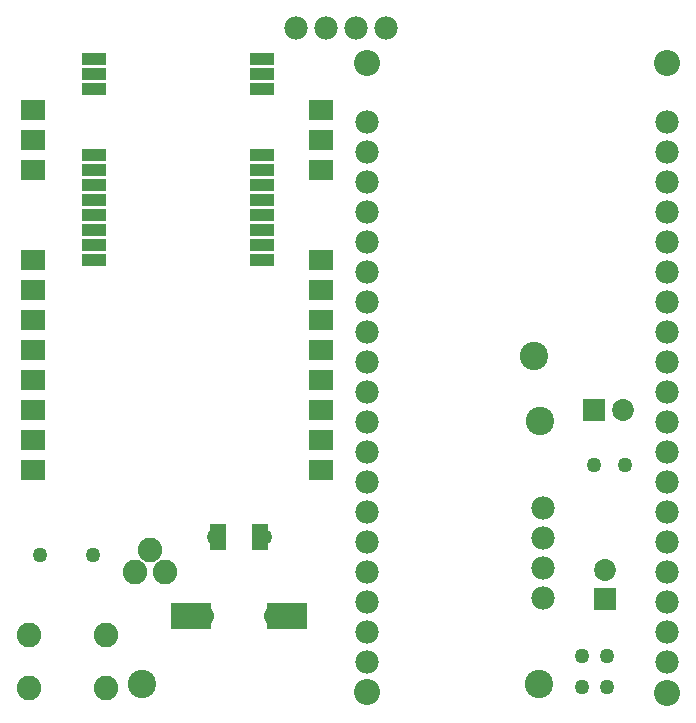
<source format=gbr>
G04 EAGLE Gerber RS-274X export*
G75*
%MOMM*%
%FSLAX34Y34*%
%LPD*%
%INSoldermask Top*%
%IPPOS*%
%AMOC8*
5,1,8,0,0,1.08239X$1,22.5*%
G01*
%ADD10C,2.403200*%
%ADD11C,2.203200*%
%ADD12C,1.981200*%
%ADD13C,1.854200*%
%ADD14R,1.854200X1.854200*%
%ADD15C,2.082800*%
%ADD16R,1.854200X1.854200*%
%ADD17R,2.003200X1.703200*%
%ADD18R,2.003200X0.983200*%
%ADD19R,3.403200X2.203200*%
%ADD20R,1.473200X2.263200*%
%ADD21C,1.259600*%
%ADD22C,1.703200*%


D10*
X447500Y245000D03*
X446230Y22500D03*
X110000Y22500D03*
X442500Y300000D03*
D11*
X300771Y548827D03*
X554806Y548893D03*
X300567Y15708D03*
X554803Y15295D03*
D12*
X300670Y40960D03*
X300670Y66360D03*
X300670Y91760D03*
X300670Y117160D03*
X300670Y142560D03*
X300670Y167960D03*
X300670Y193360D03*
X300670Y218760D03*
X300670Y244160D03*
X300670Y269560D03*
X300670Y294960D03*
X300670Y320360D03*
X300670Y345760D03*
X300670Y371160D03*
X300670Y396560D03*
X300670Y421960D03*
X300670Y447360D03*
X300670Y472760D03*
X300670Y498160D03*
X554670Y498160D03*
X554670Y472760D03*
X554670Y447360D03*
X554670Y421960D03*
X554670Y396560D03*
X554670Y371160D03*
X554670Y345760D03*
X554670Y320360D03*
X554670Y294960D03*
X554670Y269560D03*
X554670Y244160D03*
X554670Y218760D03*
X554670Y193360D03*
X554670Y167960D03*
X554670Y142560D03*
X554670Y117160D03*
X554670Y91760D03*
X554670Y66360D03*
X554670Y40960D03*
X316860Y577790D03*
X291460Y577790D03*
X266060Y577790D03*
X240660Y577790D03*
D13*
X517908Y254320D03*
D14*
G36*
X483821Y264247D02*
X502359Y263891D01*
X502003Y245353D01*
X483465Y245709D01*
X483821Y264247D01*
G37*
D15*
X79582Y64556D03*
X14558Y64556D03*
X79582Y19344D03*
X14558Y19344D03*
D13*
X502580Y119630D03*
D16*
X502580Y94630D03*
D12*
X450010Y95110D03*
X450010Y120510D03*
X450010Y145910D03*
X450010Y171310D03*
D17*
X17810Y508320D03*
X17810Y482920D03*
X17810Y457520D03*
X17810Y381320D03*
X17810Y355920D03*
X17810Y330520D03*
X17810Y305120D03*
X17810Y279720D03*
X17810Y254320D03*
X17810Y228920D03*
X17810Y203520D03*
X261650Y203520D03*
X261650Y228920D03*
X261650Y254320D03*
X261650Y279720D03*
X261650Y305120D03*
X261650Y330520D03*
X261650Y355920D03*
X261650Y381320D03*
X261650Y457520D03*
X261650Y482920D03*
X261650Y508320D03*
D18*
X69880Y551500D03*
X69880Y538800D03*
X69880Y526100D03*
X69880Y470220D03*
X69880Y457520D03*
X69880Y444820D03*
X69880Y432120D03*
X69880Y419420D03*
X69880Y406720D03*
X69880Y394020D03*
X69880Y381320D03*
X212120Y381320D03*
X212120Y394020D03*
X212120Y406720D03*
X212120Y419420D03*
X212120Y432120D03*
X212120Y444820D03*
X212120Y457520D03*
X212120Y470220D03*
X212120Y526100D03*
X212120Y538800D03*
X212120Y551500D03*
D19*
X151500Y80000D03*
X233500Y80000D03*
D15*
X104800Y117500D03*
X117500Y136550D03*
X130200Y117500D03*
D20*
X174950Y147500D03*
X210050Y147500D03*
D21*
X482460Y19960D03*
X503690Y19960D03*
X519430Y208280D03*
X492760Y208280D03*
X24130Y132080D03*
D22*
X222500Y80000D03*
D21*
X482460Y46230D03*
X503690Y46230D03*
X68580Y132080D03*
D22*
X162500Y80000D03*
D21*
X171450Y147320D03*
X214630Y147320D03*
M02*

</source>
